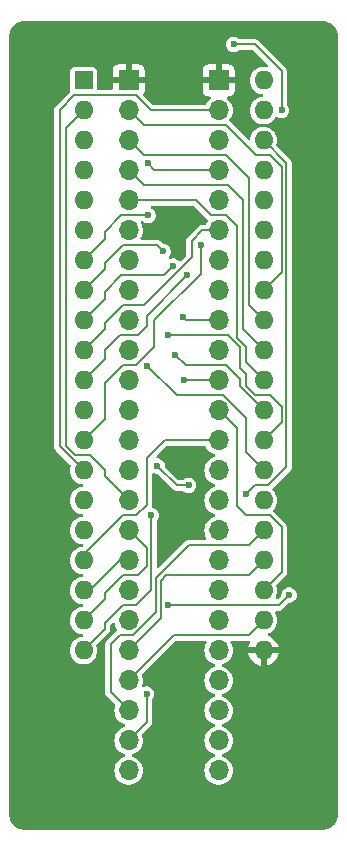
<source format=gbr>
G04 #@! TF.GenerationSoftware,KiCad,Pcbnew,7.0.11+dfsg-1build4*
G04 #@! TF.CreationDate,2024-10-25T09:30:39+09:00*
G04 #@! TF.ProjectId,bionic-scn2650,62696f6e-6963-42d7-9363-6e323635302e,2*
G04 #@! TF.SameCoordinates,Original*
G04 #@! TF.FileFunction,Copper,L2,Bot*
G04 #@! TF.FilePolarity,Positive*
%FSLAX46Y46*%
G04 Gerber Fmt 4.6, Leading zero omitted, Abs format (unit mm)*
G04 Created by KiCad (PCBNEW 7.0.11+dfsg-1build4) date 2024-10-25 09:30:39*
%MOMM*%
%LPD*%
G01*
G04 APERTURE LIST*
G04 #@! TA.AperFunction,ComponentPad*
%ADD10R,1.600000X1.600000*%
G04 #@! TD*
G04 #@! TA.AperFunction,ComponentPad*
%ADD11O,1.600000X1.600000*%
G04 #@! TD*
G04 #@! TA.AperFunction,ComponentPad*
%ADD12R,1.700000X1.700000*%
G04 #@! TD*
G04 #@! TA.AperFunction,ComponentPad*
%ADD13O,1.700000X1.700000*%
G04 #@! TD*
G04 #@! TA.AperFunction,ViaPad*
%ADD14C,0.600000*%
G04 #@! TD*
G04 #@! TA.AperFunction,Conductor*
%ADD15C,0.200000*%
G04 #@! TD*
G04 APERTURE END LIST*
D10*
X107350000Y-75080000D03*
D11*
X107350000Y-77620000D03*
X107350000Y-80160000D03*
X107350000Y-82700000D03*
X107350000Y-85240000D03*
X107350000Y-87780000D03*
X107350000Y-90320000D03*
X107350000Y-92860000D03*
X107350000Y-95400000D03*
X107350000Y-97940000D03*
X107350000Y-100480000D03*
X107350000Y-103020000D03*
X107350000Y-105560000D03*
X107350000Y-108100000D03*
X107350000Y-110640000D03*
X107350000Y-113180000D03*
X107350000Y-115720000D03*
X107350000Y-118260000D03*
X107350000Y-120800000D03*
X107350000Y-123340000D03*
X122590000Y-123340000D03*
X122590000Y-120800000D03*
X122590000Y-118260000D03*
X122590000Y-115720000D03*
X122590000Y-113180000D03*
X122590000Y-110640000D03*
X122590000Y-108100000D03*
X122590000Y-105560000D03*
X122590000Y-103020000D03*
X122590000Y-100480000D03*
X122590000Y-97940000D03*
X122590000Y-95400000D03*
X122590000Y-92860000D03*
X122590000Y-90320000D03*
X122590000Y-87780000D03*
X122590000Y-85240000D03*
X122590000Y-82700000D03*
X122590000Y-80160000D03*
X122590000Y-77620000D03*
X122590000Y-75080000D03*
D12*
X111160000Y-75080000D03*
D13*
X111160000Y-77620000D03*
X111160000Y-80160000D03*
X111160000Y-82700000D03*
X111160000Y-85240000D03*
X111160000Y-87780000D03*
X111160000Y-90320000D03*
X111160000Y-92860000D03*
X111160000Y-95400000D03*
X111160000Y-97940000D03*
X111160000Y-100480000D03*
X111160000Y-103020000D03*
X111160000Y-105560000D03*
X111160000Y-108100000D03*
X111160000Y-110640000D03*
X111160000Y-113180000D03*
X111160000Y-115720000D03*
X111160000Y-118260000D03*
X111160000Y-120800000D03*
X111160000Y-123340000D03*
X111160000Y-125880000D03*
X111160000Y-128420000D03*
X111160000Y-130960000D03*
X111160000Y-133500000D03*
X118780000Y-133500000D03*
X118780000Y-130960000D03*
X118780000Y-128420000D03*
X118780000Y-125880000D03*
X118780000Y-123340000D03*
X118780000Y-120800000D03*
X118780000Y-118260000D03*
X118780000Y-115720000D03*
X118780000Y-113180000D03*
X118780000Y-110640000D03*
X118780000Y-108100000D03*
X118780000Y-105560000D03*
X118780000Y-103020000D03*
X118780000Y-100480000D03*
X118780000Y-97940000D03*
X118780000Y-95400000D03*
X118780000Y-92860000D03*
X118780000Y-90320000D03*
X118780000Y-87780000D03*
X118780000Y-85240000D03*
X118780000Y-82700000D03*
X118780000Y-80160000D03*
X118780000Y-77620000D03*
D12*
X118780000Y-75080000D03*
D14*
X120050000Y-72032000D03*
X124114000Y-77620000D03*
X114081000Y-115339000D03*
X125130000Y-130960000D03*
X112938000Y-131722000D03*
X114970000Y-87780000D03*
X114970000Y-111910000D03*
X112684000Y-127023000D03*
X114084000Y-89558000D03*
X114484000Y-119530000D03*
X124749000Y-118641000D03*
X112811000Y-86510000D03*
X115736200Y-95146000D03*
X121066000Y-110132000D03*
X114926735Y-90784735D03*
X116113000Y-91590000D03*
X112765000Y-82111000D03*
X117256000Y-89050000D03*
X116240000Y-109370000D03*
X113573000Y-107719000D03*
X112727265Y-99253265D03*
X114536200Y-96670000D03*
X113065000Y-111889765D03*
X115859000Y-100480000D03*
X115131400Y-98308200D03*
D15*
X121828000Y-72032000D02*
X124114000Y-74318000D01*
X120050000Y-72032000D02*
X121828000Y-72032000D01*
X124114000Y-74318000D02*
X124114000Y-77620000D01*
X112684000Y-127023000D02*
X112684000Y-129436000D01*
X112684000Y-129436000D02*
X111160000Y-130960000D01*
X109128000Y-91082000D02*
X107350000Y-92860000D01*
X109128000Y-90574000D02*
X109128000Y-91082000D01*
X110652000Y-89050000D02*
X109128000Y-90574000D01*
X114084000Y-89558000D02*
X113576000Y-89050000D01*
X113576000Y-89050000D02*
X110652000Y-89050000D01*
X124749000Y-118641000D02*
X123860000Y-119530000D01*
X123860000Y-119530000D02*
X114484000Y-119530000D01*
X112811000Y-86510000D02*
X110525000Y-86510000D01*
X115986000Y-95400000D02*
X118780000Y-95400000D01*
X110525000Y-86510000D02*
X109128000Y-87907000D01*
X109128000Y-88542000D02*
X107350000Y-90320000D01*
X115736200Y-95146000D02*
X115736200Y-95150200D01*
X109128000Y-87907000D02*
X109128000Y-88542000D01*
X115736200Y-95150200D02*
X115986000Y-95400000D01*
X122942100Y-109370000D02*
X124514000Y-107798100D01*
X121066000Y-110132000D02*
X121828000Y-109370000D01*
X121828000Y-109370000D02*
X122942100Y-109370000D01*
X124514000Y-107798100D02*
X124514000Y-82084000D01*
X124514000Y-82084000D02*
X122590000Y-80160000D01*
X114926735Y-90784735D02*
X114121470Y-91590000D01*
X114121470Y-91590000D02*
X110525000Y-91590000D01*
X109128000Y-93622000D02*
X107350000Y-95400000D01*
X110525000Y-91590000D02*
X109128000Y-92987000D01*
X109128000Y-92987000D02*
X109128000Y-93622000D01*
X117383000Y-87780000D02*
X118780000Y-87780000D01*
X116494000Y-90066000D02*
X116494000Y-88669000D01*
X109128000Y-96162000D02*
X109128000Y-95654000D01*
X109128000Y-95654000D02*
X110652000Y-94130000D01*
X110652000Y-94130000D02*
X112430000Y-94130000D01*
X116494000Y-88669000D02*
X117383000Y-87780000D01*
X112430000Y-94130000D02*
X116494000Y-90066000D01*
X107350000Y-97940000D02*
X109128000Y-96162000D01*
X112684000Y-95019000D02*
X112684000Y-95908000D01*
X109128000Y-98702000D02*
X107350000Y-100480000D01*
X116113000Y-91590000D02*
X112684000Y-95019000D01*
X112684000Y-95908000D02*
X111922000Y-96670000D01*
X109128000Y-97940000D02*
X109128000Y-98702000D01*
X111922000Y-96670000D02*
X110398000Y-96670000D01*
X110398000Y-96670000D02*
X109128000Y-97940000D01*
X113354000Y-82700000D02*
X118780000Y-82700000D01*
X112765000Y-82111000D02*
X113354000Y-82700000D01*
X113338000Y-97667000D02*
X111795000Y-99210000D01*
X109128000Y-100734000D02*
X109128000Y-103782000D01*
X113338000Y-95381000D02*
X113338000Y-97667000D01*
X109128000Y-103782000D02*
X107350000Y-105560000D01*
X117256000Y-89050000D02*
X117256000Y-91463000D01*
X111795000Y-99210000D02*
X110652000Y-99210000D01*
X110652000Y-99210000D02*
X109128000Y-100734000D01*
X117256000Y-91463000D02*
X113338000Y-95381000D01*
X105318000Y-77583250D02*
X105318000Y-106068000D01*
X106551250Y-76350000D02*
X105318000Y-77583250D01*
X105318000Y-106068000D02*
X107350000Y-108100000D01*
X118780000Y-77620000D02*
X113065000Y-77620000D01*
X113065000Y-77620000D02*
X111795000Y-76350000D01*
X111795000Y-76350000D02*
X106551250Y-76350000D01*
X107858000Y-106830000D02*
X106645686Y-106830000D01*
X109128000Y-108100000D02*
X107858000Y-106830000D01*
X106645686Y-106830000D02*
X105826000Y-106010314D01*
X105826000Y-106010314D02*
X105826000Y-79144000D01*
X105826000Y-79144000D02*
X107350000Y-77620000D01*
X111160000Y-110640000D02*
X109128000Y-108608000D01*
X109128000Y-108608000D02*
X109128000Y-108100000D01*
X111160000Y-113180000D02*
X112684000Y-114704000D01*
X110652000Y-116990000D02*
X109128000Y-118514000D01*
X112684000Y-114704000D02*
X112684000Y-116228000D01*
X111922000Y-116990000D02*
X110652000Y-116990000D01*
X109128000Y-118514000D02*
X109128000Y-119022000D01*
X109128000Y-119022000D02*
X107350000Y-120800000D01*
X112684000Y-116228000D02*
X111922000Y-116990000D01*
X115224000Y-109370000D02*
X113573000Y-107719000D01*
X116240000Y-109370000D02*
X115224000Y-109370000D01*
X107858000Y-118260000D02*
X107350000Y-118260000D01*
X110398000Y-115720000D02*
X107858000Y-118260000D01*
X111160000Y-115720000D02*
X110398000Y-115720000D01*
X121066000Y-103644400D02*
X121066000Y-106576000D01*
X121066000Y-106576000D02*
X122590000Y-108100000D01*
X112727265Y-99253265D02*
X115224000Y-101750000D01*
X119171600Y-101750000D02*
X121066000Y-103644400D01*
X115224000Y-101750000D02*
X119171600Y-101750000D01*
X121885686Y-101750000D02*
X123098000Y-101750000D01*
X124114000Y-104036000D02*
X122590000Y-105560000D01*
X124114000Y-102766000D02*
X124114000Y-104036000D01*
X121066000Y-99972000D02*
X121066000Y-100930314D01*
X120558000Y-99464000D02*
X121066000Y-99972000D01*
X120558000Y-97686000D02*
X120558000Y-99464000D01*
X121066000Y-100930314D02*
X121885686Y-101750000D01*
X119542000Y-96670000D02*
X120558000Y-97686000D01*
X114536200Y-96670000D02*
X119542000Y-96670000D01*
X123098000Y-101750000D02*
X124114000Y-102766000D01*
X110652000Y-119530000D02*
X109128000Y-121054000D01*
X113065000Y-111889765D02*
X113084000Y-111908765D01*
X113084000Y-111908765D02*
X113084000Y-118241000D01*
X111795000Y-119530000D02*
X110652000Y-119530000D01*
X109128000Y-121054000D02*
X109128000Y-121562000D01*
X113084000Y-118241000D02*
X111795000Y-119530000D01*
X118780000Y-100480000D02*
X115859000Y-100480000D01*
X109128000Y-121562000D02*
X107350000Y-123340000D01*
X115131400Y-98308200D02*
X116033200Y-99210000D01*
X116033200Y-99210000D02*
X119415000Y-99210000D01*
X120558000Y-100988000D02*
X122590000Y-103020000D01*
X120558000Y-100353000D02*
X120558000Y-100988000D01*
X119415000Y-99210000D02*
X120558000Y-100353000D01*
X120304000Y-104544000D02*
X118780000Y-103020000D01*
X120304000Y-111148000D02*
X120304000Y-104544000D01*
X124114000Y-112926000D02*
X123098000Y-111910000D01*
X121066000Y-111910000D02*
X120304000Y-111148000D01*
X124114000Y-116736000D02*
X124114000Y-112926000D01*
X122590000Y-118260000D02*
X124114000Y-116736000D01*
X123098000Y-111910000D02*
X121066000Y-111910000D01*
X120304000Y-96866314D02*
X121066000Y-97628314D01*
X118145000Y-86510000D02*
X119415000Y-86510000D01*
X121066000Y-97628314D02*
X121066000Y-98956000D01*
X116875000Y-85240000D02*
X118145000Y-86510000D01*
X119415000Y-86510000D02*
X120304000Y-87399000D01*
X121066000Y-98956000D02*
X122590000Y-100480000D01*
X120304000Y-87399000D02*
X120304000Y-96866314D01*
X111160000Y-85240000D02*
X116875000Y-85240000D01*
X107350000Y-115212000D02*
X107350000Y-115720000D01*
X114208000Y-105560000D02*
X112684000Y-107084000D01*
X112684000Y-107084000D02*
X112684000Y-111021000D01*
X112684000Y-111021000D02*
X111795000Y-111910000D01*
X111795000Y-111910000D02*
X110652000Y-111910000D01*
X110652000Y-111910000D02*
X107350000Y-115212000D01*
X118780000Y-105560000D02*
X114208000Y-105560000D01*
X120812000Y-85240000D02*
X119542000Y-83970000D01*
X120812000Y-96162000D02*
X120812000Y-85240000D01*
X122590000Y-97940000D02*
X120812000Y-96162000D01*
X112430000Y-83970000D02*
X111160000Y-82700000D01*
X119542000Y-83970000D02*
X112430000Y-83970000D01*
X121320000Y-94130000D02*
X121320000Y-83335000D01*
X121320000Y-83335000D02*
X119415000Y-81430000D01*
X112430000Y-81430000D02*
X111160000Y-80160000D01*
X122590000Y-95400000D02*
X121320000Y-94130000D01*
X119415000Y-81430000D02*
X112430000Y-81430000D01*
X111160000Y-77620000D02*
X112430000Y-78890000D01*
X124114000Y-91336000D02*
X122590000Y-92860000D01*
X112430000Y-78890000D02*
X119415000Y-78890000D01*
X121955000Y-81430000D02*
X123098000Y-81430000D01*
X123098000Y-81430000D02*
X124114000Y-82446000D01*
X119415000Y-78890000D02*
X121955000Y-81430000D01*
X124114000Y-82446000D02*
X124114000Y-91336000D01*
X111160000Y-125880000D02*
X114970000Y-122070000D01*
X121320000Y-122070000D02*
X122590000Y-120800000D01*
X114970000Y-122070000D02*
X121320000Y-122070000D01*
X121320000Y-114450000D02*
X116240000Y-114450000D01*
X109636000Y-126896000D02*
X111160000Y-128420000D01*
X116240000Y-114450000D02*
X113484000Y-117206000D01*
X110398000Y-122070000D02*
X109636000Y-122832000D01*
X113484000Y-120102346D02*
X111516346Y-122070000D01*
X113484000Y-117206000D02*
X113484000Y-120102346D01*
X122590000Y-113180000D02*
X121320000Y-114450000D01*
X111516346Y-122070000D02*
X110398000Y-122070000D01*
X109636000Y-122832000D02*
X109636000Y-126896000D01*
X121320000Y-116990000D02*
X114335000Y-116990000D01*
X122590000Y-115720000D02*
X121320000Y-116990000D01*
X114335000Y-116990000D02*
X113884000Y-117441000D01*
X113884000Y-117441000D02*
X113884000Y-120616000D01*
X113884000Y-120616000D02*
X111160000Y-123340000D01*
G04 #@! TA.AperFunction,Conductor*
G36*
X117653488Y-106030185D02*
G01*
X117697449Y-106079229D01*
X117754936Y-106194679D01*
X117754943Y-106194691D01*
X117889020Y-106372238D01*
X118053437Y-106522123D01*
X118053439Y-106522125D01*
X118242595Y-106639245D01*
X118242596Y-106639245D01*
X118242599Y-106639247D01*
X118436524Y-106714374D01*
X118491924Y-106756946D01*
X118515515Y-106822713D01*
X118499804Y-106890793D01*
X118449780Y-106939572D01*
X118436533Y-106945622D01*
X118297973Y-106999301D01*
X118242601Y-107020752D01*
X118242595Y-107020754D01*
X118053439Y-107137874D01*
X118053437Y-107137876D01*
X117889020Y-107287761D01*
X117754943Y-107465308D01*
X117754938Y-107465316D01*
X117655775Y-107664461D01*
X117655769Y-107664476D01*
X117594885Y-107878462D01*
X117594884Y-107878464D01*
X117574357Y-108099999D01*
X117574357Y-108100000D01*
X117594884Y-108321535D01*
X117594885Y-108321537D01*
X117655769Y-108535523D01*
X117655775Y-108535538D01*
X117754938Y-108734683D01*
X117754943Y-108734691D01*
X117889020Y-108912238D01*
X118053437Y-109062123D01*
X118053439Y-109062125D01*
X118242595Y-109179245D01*
X118242596Y-109179245D01*
X118242599Y-109179247D01*
X118436524Y-109254374D01*
X118491924Y-109296946D01*
X118515515Y-109362713D01*
X118499804Y-109430793D01*
X118449780Y-109479572D01*
X118436533Y-109485622D01*
X118325389Y-109528680D01*
X118242601Y-109560752D01*
X118242595Y-109560754D01*
X118053439Y-109677874D01*
X118053437Y-109677876D01*
X117889020Y-109827761D01*
X117754943Y-110005308D01*
X117754938Y-110005316D01*
X117655775Y-110204461D01*
X117655769Y-110204476D01*
X117594885Y-110418462D01*
X117594884Y-110418464D01*
X117574357Y-110639999D01*
X117574357Y-110640000D01*
X117594884Y-110861535D01*
X117594885Y-110861537D01*
X117655769Y-111075523D01*
X117655775Y-111075538D01*
X117754938Y-111274683D01*
X117754943Y-111274691D01*
X117889020Y-111452238D01*
X118053437Y-111602123D01*
X118053439Y-111602125D01*
X118242595Y-111719245D01*
X118242596Y-111719245D01*
X118242599Y-111719247D01*
X118436524Y-111794374D01*
X118491924Y-111836946D01*
X118515515Y-111902713D01*
X118499804Y-111970793D01*
X118449780Y-112019572D01*
X118436533Y-112025622D01*
X118325389Y-112068680D01*
X118242601Y-112100752D01*
X118242595Y-112100754D01*
X118053439Y-112217874D01*
X118053437Y-112217876D01*
X117889020Y-112367761D01*
X117754943Y-112545308D01*
X117754938Y-112545316D01*
X117655775Y-112744461D01*
X117655769Y-112744476D01*
X117594885Y-112958462D01*
X117594884Y-112958464D01*
X117574357Y-113179999D01*
X117574357Y-113180000D01*
X117594884Y-113401535D01*
X117594885Y-113401537D01*
X117655769Y-113615523D01*
X117655775Y-113615538D01*
X117757497Y-113819821D01*
X117755142Y-113820993D01*
X117770731Y-113877584D01*
X117749923Y-113944283D01*
X117696358Y-113989144D01*
X117646749Y-113999500D01*
X116272262Y-113999500D01*
X116258379Y-113998720D01*
X116254371Y-113998268D01*
X116222965Y-113994729D01*
X116166782Y-114005358D01*
X116162218Y-114006133D01*
X116105715Y-114014651D01*
X116097556Y-114017167D01*
X116089529Y-114019976D01*
X116056300Y-114037538D01*
X116038964Y-114046700D01*
X116034829Y-114048787D01*
X115983358Y-114073575D01*
X115976308Y-114078380D01*
X115969459Y-114083435D01*
X115929059Y-114123836D01*
X115925722Y-114127051D01*
X115883804Y-114165946D01*
X115878013Y-114173208D01*
X115877362Y-114172688D01*
X115867967Y-114184928D01*
X113746181Y-116306715D01*
X113684858Y-116340200D01*
X113615166Y-116335216D01*
X113559233Y-116293344D01*
X113534816Y-116227880D01*
X113534500Y-116219034D01*
X113534500Y-112393333D01*
X113554185Y-112326294D01*
X113556430Y-112322922D01*
X113645220Y-112194288D01*
X113701237Y-112046583D01*
X113720278Y-111889765D01*
X113719104Y-111880092D01*
X113701237Y-111732946D01*
X113662284Y-111630236D01*
X113645220Y-111585242D01*
X113555483Y-111455235D01*
X113437240Y-111350482D01*
X113437238Y-111350481D01*
X113437237Y-111350480D01*
X113297366Y-111277069D01*
X113222006Y-111258495D01*
X113161626Y-111223339D01*
X113129837Y-111161120D01*
X113133335Y-111115481D01*
X113129918Y-111114835D01*
X113133228Y-111097336D01*
X113134500Y-111088899D01*
X113134500Y-111031754D01*
X113134587Y-111027116D01*
X113136725Y-110969990D01*
X113135685Y-110960758D01*
X113136513Y-110960664D01*
X113134500Y-110945361D01*
X113134500Y-108428629D01*
X113154185Y-108361590D01*
X113206989Y-108315835D01*
X113276147Y-108305891D01*
X113316126Y-108318833D01*
X113340634Y-108331696D01*
X113494014Y-108369500D01*
X113494015Y-108369500D01*
X113535034Y-108369500D01*
X113602073Y-108389185D01*
X113622715Y-108405819D01*
X114882630Y-109665733D01*
X114891895Y-109676100D01*
X114914121Y-109703970D01*
X114914123Y-109703972D01*
X114961363Y-109736180D01*
X114965145Y-109738863D01*
X115011118Y-109772793D01*
X115018654Y-109776776D01*
X115026319Y-109780467D01*
X115026327Y-109780472D01*
X115051188Y-109788140D01*
X115080980Y-109797330D01*
X115085371Y-109798774D01*
X115139301Y-109817646D01*
X115139305Y-109817646D01*
X115147698Y-109819234D01*
X115156095Y-109820500D01*
X115156098Y-109820500D01*
X115213245Y-109820500D01*
X115217883Y-109820587D01*
X115275009Y-109822725D01*
X115275009Y-109822724D01*
X115275010Y-109822725D01*
X115275010Y-109822724D01*
X115284242Y-109821685D01*
X115284335Y-109822513D01*
X115299639Y-109820500D01*
X115720517Y-109820500D01*
X115787556Y-109840185D01*
X115802741Y-109851682D01*
X115867760Y-109909283D01*
X115867762Y-109909284D01*
X116007634Y-109982696D01*
X116161014Y-110020500D01*
X116161015Y-110020500D01*
X116318985Y-110020500D01*
X116472365Y-109982696D01*
X116612240Y-109909283D01*
X116730483Y-109804530D01*
X116820220Y-109674523D01*
X116876237Y-109526818D01*
X116895278Y-109370000D01*
X116887897Y-109309207D01*
X116876237Y-109213181D01*
X116830539Y-109092687D01*
X116820220Y-109065477D01*
X116730483Y-108935470D01*
X116612240Y-108830717D01*
X116612238Y-108830716D01*
X116612237Y-108830715D01*
X116472365Y-108757303D01*
X116318986Y-108719500D01*
X116318985Y-108719500D01*
X116161015Y-108719500D01*
X116161014Y-108719500D01*
X116007634Y-108757303D01*
X115867762Y-108830715D01*
X115867760Y-108830717D01*
X115813777Y-108878542D01*
X115802744Y-108888316D01*
X115739510Y-108918037D01*
X115720517Y-108919500D01*
X115461965Y-108919500D01*
X115394926Y-108899815D01*
X115374284Y-108883181D01*
X114261047Y-107769944D01*
X114227562Y-107708621D01*
X114225632Y-107697209D01*
X114209237Y-107562182D01*
X114153220Y-107414477D01*
X114063483Y-107284470D01*
X113945240Y-107179717D01*
X113945238Y-107179716D01*
X113945237Y-107179715D01*
X113805365Y-107106303D01*
X113651986Y-107068500D01*
X113651985Y-107068500D01*
X113635965Y-107068500D01*
X113568926Y-107048815D01*
X113523171Y-106996011D01*
X113513227Y-106926853D01*
X113542252Y-106863297D01*
X113548284Y-106856819D01*
X113826428Y-106578676D01*
X114358285Y-106046819D01*
X114419608Y-106013334D01*
X114445966Y-106010500D01*
X117586449Y-106010500D01*
X117653488Y-106030185D01*
G37*
G04 #@! TD.AperFunction*
G04 #@! TA.AperFunction,Conductor*
G36*
X116704073Y-85710185D02*
G01*
X116724715Y-85726819D01*
X117803630Y-86805733D01*
X117812895Y-86816100D01*
X117835121Y-86843970D01*
X117835125Y-86843973D01*
X117839649Y-86848171D01*
X117875401Y-86908201D01*
X117873023Y-86978030D01*
X117854258Y-87013793D01*
X117754947Y-87145302D01*
X117754936Y-87145320D01*
X117697449Y-87260771D01*
X117649946Y-87312009D01*
X117586449Y-87329500D01*
X117415262Y-87329500D01*
X117401379Y-87328720D01*
X117397735Y-87328309D01*
X117365966Y-87324729D01*
X117309784Y-87335358D01*
X117305216Y-87336134D01*
X117248713Y-87344652D01*
X117248712Y-87344652D01*
X117248707Y-87344653D01*
X117240550Y-87347168D01*
X117232528Y-87349976D01*
X117181964Y-87376700D01*
X117177826Y-87378788D01*
X117126361Y-87403573D01*
X117119310Y-87408379D01*
X117112458Y-87413436D01*
X117072046Y-87453848D01*
X117068709Y-87457063D01*
X117026808Y-87495942D01*
X117021015Y-87503207D01*
X117020363Y-87502687D01*
X117010969Y-87514925D01*
X116198263Y-88327632D01*
X116187898Y-88336895D01*
X116160033Y-88359117D01*
X116160030Y-88359121D01*
X116127823Y-88406357D01*
X116125144Y-88410132D01*
X116091206Y-88456118D01*
X116087216Y-88463667D01*
X116083528Y-88471325D01*
X116066673Y-88525967D01*
X116065225Y-88530368D01*
X116046353Y-88584304D01*
X116044771Y-88592659D01*
X116043500Y-88601100D01*
X116043500Y-88658260D01*
X116043413Y-88662897D01*
X116041275Y-88720009D01*
X116042316Y-88729243D01*
X116041485Y-88729336D01*
X116043500Y-88744635D01*
X116043500Y-89828033D01*
X116023815Y-89895072D01*
X116007181Y-89915714D01*
X115582194Y-90340701D01*
X115520871Y-90374186D01*
X115451179Y-90369202D01*
X115412286Y-90345836D01*
X115377629Y-90315133D01*
X115298975Y-90245452D01*
X115298973Y-90245451D01*
X115298972Y-90245450D01*
X115159100Y-90172038D01*
X115005721Y-90134235D01*
X115005720Y-90134235D01*
X114847750Y-90134235D01*
X114847749Y-90134235D01*
X114718055Y-90166200D01*
X114648252Y-90163130D01*
X114591191Y-90122810D01*
X114564986Y-90058040D01*
X114577959Y-89989385D01*
X114586324Y-89975374D01*
X114664220Y-89862523D01*
X114720237Y-89714818D01*
X114739278Y-89558000D01*
X114734687Y-89520185D01*
X114720237Y-89401181D01*
X114697267Y-89340614D01*
X114664220Y-89253477D01*
X114574483Y-89123470D01*
X114456240Y-89018717D01*
X114456238Y-89018716D01*
X114456237Y-89018715D01*
X114316365Y-88945303D01*
X114162986Y-88907500D01*
X114162985Y-88907500D01*
X114121965Y-88907500D01*
X114054926Y-88887815D01*
X114034284Y-88871181D01*
X113917368Y-88754265D01*
X113908102Y-88743897D01*
X113904735Y-88739675D01*
X113885879Y-88716030D01*
X113885878Y-88716029D01*
X113885877Y-88716028D01*
X113860350Y-88698624D01*
X113838633Y-88683818D01*
X113834869Y-88681147D01*
X113788886Y-88647209D01*
X113781297Y-88643198D01*
X113773675Y-88639528D01*
X113719049Y-88622679D01*
X113714644Y-88621230D01*
X113660695Y-88602352D01*
X113652326Y-88600768D01*
X113643904Y-88599500D01*
X113643902Y-88599500D01*
X113586738Y-88599500D01*
X113582101Y-88599413D01*
X113580085Y-88599337D01*
X113524989Y-88597275D01*
X113515756Y-88598316D01*
X113515662Y-88597486D01*
X113500364Y-88599500D01*
X112293251Y-88599500D01*
X112226212Y-88579815D01*
X112180457Y-88527011D01*
X112170513Y-88457853D01*
X112184054Y-88420593D01*
X112182503Y-88419821D01*
X112284224Y-88215538D01*
X112284223Y-88215538D01*
X112284229Y-88215528D01*
X112345115Y-88001536D01*
X112365643Y-87780000D01*
X112358377Y-87701591D01*
X112345115Y-87558464D01*
X112345114Y-87558462D01*
X112327326Y-87495945D01*
X112284229Y-87344472D01*
X112280077Y-87336134D01*
X112183708Y-87142599D01*
X112171447Y-87073813D01*
X112198320Y-87009319D01*
X112255796Y-86969591D01*
X112325626Y-86967243D01*
X112376934Y-86994510D01*
X112438760Y-87049283D01*
X112438762Y-87049284D01*
X112578634Y-87122696D01*
X112732014Y-87160500D01*
X112732015Y-87160500D01*
X112889985Y-87160500D01*
X113043365Y-87122696D01*
X113183240Y-87049283D01*
X113301483Y-86944530D01*
X113391220Y-86814523D01*
X113447237Y-86666818D01*
X113466278Y-86510000D01*
X113447237Y-86353182D01*
X113446531Y-86351321D01*
X113417320Y-86274297D01*
X113391220Y-86205477D01*
X113301483Y-86075470D01*
X113183240Y-85970717D01*
X113183238Y-85970716D01*
X113183237Y-85970715D01*
X113094794Y-85924296D01*
X113044581Y-85875712D01*
X113028607Y-85807692D01*
X113051942Y-85741835D01*
X113107179Y-85699048D01*
X113152420Y-85690500D01*
X116637034Y-85690500D01*
X116704073Y-85710185D01*
G37*
G04 #@! TD.AperFunction*
G04 #@! TA.AperFunction,Conductor*
G36*
X127674853Y-70075882D02*
G01*
X127704568Y-70078220D01*
X127847136Y-70089440D01*
X127866346Y-70092483D01*
X128029638Y-70131686D01*
X128048130Y-70137694D01*
X128171090Y-70188626D01*
X128203277Y-70201959D01*
X128220614Y-70210793D01*
X128363786Y-70298529D01*
X128379527Y-70309965D01*
X128507217Y-70419022D01*
X128520977Y-70432782D01*
X128630034Y-70560472D01*
X128641470Y-70576213D01*
X128729206Y-70719385D01*
X128738040Y-70736722D01*
X128802302Y-70891862D01*
X128808315Y-70910368D01*
X128847515Y-71073648D01*
X128850559Y-71092866D01*
X128864118Y-71265146D01*
X128864500Y-71274875D01*
X128864500Y-137305124D01*
X128864118Y-137314853D01*
X128850559Y-137487133D01*
X128847515Y-137506351D01*
X128808315Y-137669631D01*
X128802302Y-137688137D01*
X128738040Y-137843277D01*
X128729206Y-137860614D01*
X128641470Y-138003786D01*
X128630034Y-138019527D01*
X128520977Y-138147217D01*
X128507217Y-138160977D01*
X128379527Y-138270034D01*
X128363786Y-138281470D01*
X128220614Y-138369206D01*
X128203277Y-138378040D01*
X128048137Y-138442302D01*
X128029631Y-138448315D01*
X127866351Y-138487515D01*
X127847133Y-138490559D01*
X127674854Y-138504118D01*
X127665125Y-138504500D01*
X102274875Y-138504500D01*
X102265146Y-138504118D01*
X102092866Y-138490559D01*
X102073648Y-138487515D01*
X101910368Y-138448315D01*
X101891862Y-138442302D01*
X101736722Y-138378040D01*
X101719385Y-138369206D01*
X101576213Y-138281470D01*
X101560472Y-138270034D01*
X101432782Y-138160977D01*
X101419022Y-138147217D01*
X101309965Y-138019527D01*
X101298529Y-138003786D01*
X101210793Y-137860614D01*
X101201959Y-137843277D01*
X101188626Y-137811090D01*
X101137694Y-137688130D01*
X101131686Y-137669638D01*
X101092483Y-137506346D01*
X101089440Y-137487132D01*
X101075882Y-137314852D01*
X101075500Y-137305124D01*
X101075500Y-106085036D01*
X104862729Y-106085036D01*
X104873355Y-106141196D01*
X104874132Y-106145765D01*
X104882652Y-106202291D01*
X104885162Y-106210427D01*
X104887976Y-106218470D01*
X104914688Y-106269011D01*
X104916776Y-106273149D01*
X104941574Y-106324641D01*
X104946362Y-106331665D01*
X104951431Y-106338532D01*
X104951434Y-106338538D01*
X104951438Y-106338542D01*
X104991846Y-106378950D01*
X104995063Y-106382289D01*
X105033947Y-106424196D01*
X105041210Y-106429988D01*
X105040689Y-106430641D01*
X105052930Y-106440034D01*
X105645698Y-107032802D01*
X106226142Y-107613245D01*
X106259627Y-107674568D01*
X106257727Y-107734860D01*
X106214244Y-107887687D01*
X106194571Y-108099999D01*
X106194571Y-108100000D01*
X106214244Y-108312310D01*
X106272596Y-108517392D01*
X106272596Y-108517394D01*
X106367632Y-108708253D01*
X106496127Y-108878406D01*
X106496128Y-108878407D01*
X106653698Y-109022052D01*
X106834981Y-109134298D01*
X107033802Y-109211321D01*
X107230613Y-109248111D01*
X107292893Y-109279779D01*
X107328166Y-109340092D01*
X107325232Y-109409900D01*
X107285023Y-109467040D01*
X107230613Y-109491888D01*
X107033802Y-109528679D01*
X107033799Y-109528679D01*
X107033799Y-109528680D01*
X106834982Y-109605701D01*
X106834980Y-109605702D01*
X106653699Y-109717947D01*
X106496127Y-109861593D01*
X106367632Y-110031746D01*
X106272596Y-110222605D01*
X106272596Y-110222607D01*
X106216870Y-110418462D01*
X106214244Y-110427690D01*
X106194571Y-110640000D01*
X106214244Y-110852310D01*
X106263981Y-111027116D01*
X106272596Y-111057392D01*
X106272596Y-111057394D01*
X106367632Y-111248253D01*
X106496125Y-111418403D01*
X106496128Y-111418407D01*
X106653698Y-111562052D01*
X106834981Y-111674298D01*
X107033802Y-111751321D01*
X107230613Y-111788111D01*
X107292893Y-111819779D01*
X107328166Y-111880092D01*
X107325232Y-111949900D01*
X107285023Y-112007040D01*
X107230613Y-112031888D01*
X107033802Y-112068679D01*
X107033799Y-112068679D01*
X107033799Y-112068680D01*
X106834982Y-112145701D01*
X106834980Y-112145702D01*
X106653699Y-112257947D01*
X106496127Y-112401593D01*
X106367632Y-112571746D01*
X106272596Y-112762605D01*
X106272596Y-112762607D01*
X106216870Y-112958462D01*
X106214244Y-112967690D01*
X106194571Y-113180000D01*
X106214244Y-113392310D01*
X106216868Y-113401534D01*
X106272596Y-113597392D01*
X106272596Y-113597394D01*
X106367632Y-113788253D01*
X106492930Y-113954172D01*
X106496128Y-113958407D01*
X106653698Y-114102052D01*
X106834981Y-114214298D01*
X107033802Y-114291321D01*
X107230613Y-114328111D01*
X107292893Y-114359779D01*
X107328166Y-114420092D01*
X107325232Y-114489900D01*
X107285023Y-114547040D01*
X107230613Y-114571888D01*
X107033802Y-114608679D01*
X107033799Y-114608679D01*
X107033799Y-114608680D01*
X106834982Y-114685701D01*
X106834980Y-114685702D01*
X106653699Y-114797947D01*
X106496127Y-114941593D01*
X106367632Y-115111746D01*
X106272596Y-115302605D01*
X106272596Y-115302607D01*
X106214244Y-115507689D01*
X106194571Y-115719999D01*
X106194571Y-115720000D01*
X106214244Y-115932310D01*
X106272596Y-116137392D01*
X106272596Y-116137394D01*
X106367632Y-116328253D01*
X106485462Y-116484283D01*
X106496128Y-116498407D01*
X106653698Y-116642052D01*
X106834981Y-116754298D01*
X107033802Y-116831321D01*
X107230613Y-116868111D01*
X107292893Y-116899779D01*
X107328166Y-116960092D01*
X107325232Y-117029900D01*
X107285023Y-117087040D01*
X107230613Y-117111888D01*
X107033802Y-117148679D01*
X107033799Y-117148679D01*
X107033799Y-117148680D01*
X106834982Y-117225701D01*
X106834980Y-117225702D01*
X106653699Y-117337947D01*
X106496127Y-117481593D01*
X106367632Y-117651746D01*
X106272596Y-117842605D01*
X106272596Y-117842607D01*
X106214244Y-118047689D01*
X106195195Y-118253271D01*
X106194571Y-118260000D01*
X106214244Y-118472310D01*
X106242981Y-118573310D01*
X106272596Y-118677392D01*
X106272596Y-118677394D01*
X106367632Y-118868253D01*
X106490112Y-119030441D01*
X106496128Y-119038407D01*
X106653698Y-119182052D01*
X106834981Y-119294298D01*
X107033802Y-119371321D01*
X107230613Y-119408111D01*
X107292893Y-119439779D01*
X107328166Y-119500092D01*
X107325232Y-119569900D01*
X107285023Y-119627040D01*
X107230613Y-119651888D01*
X107033802Y-119688679D01*
X107033799Y-119688679D01*
X107033799Y-119688680D01*
X106834982Y-119765701D01*
X106834980Y-119765702D01*
X106653699Y-119877947D01*
X106496127Y-120021593D01*
X106367632Y-120191746D01*
X106272596Y-120382605D01*
X106272596Y-120382607D01*
X106214244Y-120587689D01*
X106195195Y-120793271D01*
X106194571Y-120800000D01*
X106214244Y-121012310D01*
X106242981Y-121113310D01*
X106272596Y-121217392D01*
X106272596Y-121217394D01*
X106367632Y-121408253D01*
X106491859Y-121572754D01*
X106496128Y-121578407D01*
X106653698Y-121722052D01*
X106834981Y-121834298D01*
X107033802Y-121911321D01*
X107230613Y-121948111D01*
X107292893Y-121979779D01*
X107328166Y-122040092D01*
X107325232Y-122109900D01*
X107285023Y-122167040D01*
X107230613Y-122191888D01*
X107033802Y-122228679D01*
X107033799Y-122228679D01*
X107033799Y-122228680D01*
X106834982Y-122305701D01*
X106834980Y-122305702D01*
X106653699Y-122417947D01*
X106496127Y-122561593D01*
X106367632Y-122731746D01*
X106272596Y-122922605D01*
X106272596Y-122922607D01*
X106214244Y-123127689D01*
X106194571Y-123339999D01*
X106194571Y-123340000D01*
X106214244Y-123552310D01*
X106272596Y-123757392D01*
X106272596Y-123757394D01*
X106367632Y-123948253D01*
X106401033Y-123992482D01*
X106496128Y-124118407D01*
X106653698Y-124262052D01*
X106834981Y-124374298D01*
X107033802Y-124451321D01*
X107243390Y-124490500D01*
X107243392Y-124490500D01*
X107456608Y-124490500D01*
X107456610Y-124490500D01*
X107666198Y-124451321D01*
X107865019Y-124374298D01*
X108046302Y-124262052D01*
X108203872Y-124118407D01*
X108332366Y-123948255D01*
X108367645Y-123877404D01*
X108427403Y-123757394D01*
X108427403Y-123757393D01*
X108427405Y-123757389D01*
X108485756Y-123552310D01*
X108505429Y-123340000D01*
X108485756Y-123127690D01*
X108442271Y-122974858D01*
X108442857Y-122904994D01*
X108473854Y-122853247D01*
X109423744Y-121903357D01*
X109434093Y-121894109D01*
X109461970Y-121871879D01*
X109494198Y-121824607D01*
X109496812Y-121820923D01*
X109530793Y-121774882D01*
X109530793Y-121774879D01*
X109530795Y-121774878D01*
X109534787Y-121767324D01*
X109538471Y-121759675D01*
X109542365Y-121747051D01*
X109555330Y-121705014D01*
X109556762Y-121700662D01*
X109575646Y-121646699D01*
X109575646Y-121646696D01*
X109577228Y-121638336D01*
X109578500Y-121629899D01*
X109578500Y-121572754D01*
X109578587Y-121568116D01*
X109580725Y-121510990D01*
X109579685Y-121501758D01*
X109580513Y-121501664D01*
X109578500Y-121486361D01*
X109578500Y-121291965D01*
X109598185Y-121224926D01*
X109614815Y-121204288D01*
X109786407Y-121032696D01*
X109847729Y-120999212D01*
X109917421Y-121004196D01*
X109973354Y-121046068D01*
X109993353Y-121086444D01*
X110035769Y-121235523D01*
X110035775Y-121235538D01*
X110134938Y-121434683D01*
X110134947Y-121434697D01*
X110188809Y-121506022D01*
X110213501Y-121571383D01*
X110198936Y-121639718D01*
X110149738Y-121689330D01*
X110143661Y-121692466D01*
X110141359Y-121693574D01*
X110134308Y-121698380D01*
X110127459Y-121703435D01*
X110087059Y-121743836D01*
X110083722Y-121747051D01*
X110041804Y-121785946D01*
X110036013Y-121793208D01*
X110035362Y-121792688D01*
X110025967Y-121804928D01*
X109340263Y-122490632D01*
X109329898Y-122499895D01*
X109302033Y-122522117D01*
X109302030Y-122522121D01*
X109269823Y-122569357D01*
X109267144Y-122573132D01*
X109233206Y-122619118D01*
X109229216Y-122626667D01*
X109225528Y-122634325D01*
X109208673Y-122688967D01*
X109207225Y-122693368D01*
X109188353Y-122747304D01*
X109186771Y-122755659D01*
X109185500Y-122764100D01*
X109185500Y-122821260D01*
X109185413Y-122825897D01*
X109183275Y-122883009D01*
X109184316Y-122892243D01*
X109183485Y-122892336D01*
X109185500Y-122907635D01*
X109185500Y-126863738D01*
X109184720Y-126877623D01*
X109180729Y-126913036D01*
X109191355Y-126969196D01*
X109192132Y-126973765D01*
X109200652Y-127030291D01*
X109203162Y-127038427D01*
X109205976Y-127046470D01*
X109205976Y-127046471D01*
X109205977Y-127046472D01*
X109223961Y-127080500D01*
X109232688Y-127097011D01*
X109234776Y-127101149D01*
X109259574Y-127152641D01*
X109264362Y-127159665D01*
X109269431Y-127166532D01*
X109269434Y-127166538D01*
X109269438Y-127166542D01*
X109309847Y-127206951D01*
X109313064Y-127210290D01*
X109351947Y-127252196D01*
X109359210Y-127257988D01*
X109358689Y-127258641D01*
X109370930Y-127268034D01*
X109995672Y-127892776D01*
X110029157Y-127954099D01*
X110027258Y-128014391D01*
X109974884Y-128198468D01*
X109954357Y-128419999D01*
X109954357Y-128420000D01*
X109974884Y-128641535D01*
X109974885Y-128641537D01*
X110035769Y-128855523D01*
X110035775Y-128855538D01*
X110134938Y-129054683D01*
X110134943Y-129054691D01*
X110269020Y-129232238D01*
X110433437Y-129382123D01*
X110433439Y-129382125D01*
X110622595Y-129499245D01*
X110622596Y-129499245D01*
X110622599Y-129499247D01*
X110816524Y-129574374D01*
X110871924Y-129616946D01*
X110895515Y-129682713D01*
X110879804Y-129750793D01*
X110829780Y-129799572D01*
X110816533Y-129805622D01*
X110691259Y-129854154D01*
X110622601Y-129880752D01*
X110622595Y-129880754D01*
X110433439Y-129997874D01*
X110433437Y-129997876D01*
X110269020Y-130147761D01*
X110134943Y-130325308D01*
X110134938Y-130325316D01*
X110035775Y-130524461D01*
X110035769Y-130524476D01*
X109974885Y-130738462D01*
X109974884Y-130738464D01*
X109954357Y-130959999D01*
X109954357Y-130960000D01*
X109974884Y-131181535D01*
X109974885Y-131181537D01*
X110035769Y-131395523D01*
X110035775Y-131395538D01*
X110134938Y-131594683D01*
X110134943Y-131594691D01*
X110269020Y-131772238D01*
X110433437Y-131922123D01*
X110433439Y-131922125D01*
X110622595Y-132039245D01*
X110622596Y-132039245D01*
X110622599Y-132039247D01*
X110816524Y-132114374D01*
X110871924Y-132156946D01*
X110895515Y-132222713D01*
X110879804Y-132290793D01*
X110829780Y-132339572D01*
X110816533Y-132345622D01*
X110668488Y-132402975D01*
X110622601Y-132420752D01*
X110622595Y-132420754D01*
X110433439Y-132537874D01*
X110433437Y-132537876D01*
X110269020Y-132687761D01*
X110134943Y-132865308D01*
X110134938Y-132865316D01*
X110035775Y-133064461D01*
X110035769Y-133064476D01*
X109974885Y-133278462D01*
X109974884Y-133278464D01*
X109954357Y-133499999D01*
X109954357Y-133500000D01*
X109974884Y-133721535D01*
X109974885Y-133721537D01*
X110035769Y-133935523D01*
X110035775Y-133935538D01*
X110134938Y-134134683D01*
X110134943Y-134134691D01*
X110269020Y-134312238D01*
X110433437Y-134462123D01*
X110433439Y-134462125D01*
X110622595Y-134579245D01*
X110622596Y-134579245D01*
X110622599Y-134579247D01*
X110830060Y-134659618D01*
X111048757Y-134700500D01*
X111048759Y-134700500D01*
X111271241Y-134700500D01*
X111271243Y-134700500D01*
X111489940Y-134659618D01*
X111697401Y-134579247D01*
X111886562Y-134462124D01*
X112050981Y-134312236D01*
X112185058Y-134134689D01*
X112284229Y-133935528D01*
X112345115Y-133721536D01*
X112365643Y-133500000D01*
X112345115Y-133278464D01*
X112284229Y-133064472D01*
X112284224Y-133064461D01*
X112185061Y-132865316D01*
X112185056Y-132865308D01*
X112050979Y-132687761D01*
X111886562Y-132537876D01*
X111886560Y-132537874D01*
X111697404Y-132420754D01*
X111697395Y-132420750D01*
X111603956Y-132384552D01*
X111503475Y-132345625D01*
X111448075Y-132303054D01*
X111424484Y-132237288D01*
X111440195Y-132169207D01*
X111490219Y-132120428D01*
X111503466Y-132114377D01*
X111697401Y-132039247D01*
X111886562Y-131922124D01*
X112050981Y-131772236D01*
X112185058Y-131594689D01*
X112284229Y-131395528D01*
X112345115Y-131181536D01*
X112365643Y-130960000D01*
X112345115Y-130738464D01*
X112334720Y-130701929D01*
X112292742Y-130554390D01*
X112293329Y-130484523D01*
X112324325Y-130432777D01*
X112979749Y-129777353D01*
X112990098Y-129768105D01*
X113017970Y-129745879D01*
X113050184Y-129698628D01*
X113052852Y-129694869D01*
X113086792Y-129648883D01*
X113086793Y-129648877D01*
X113090786Y-129641325D01*
X113094468Y-129633677D01*
X113094472Y-129633673D01*
X113111336Y-129578998D01*
X113112769Y-129574643D01*
X113131646Y-129520700D01*
X113131646Y-129520694D01*
X113133228Y-129512336D01*
X113134500Y-129503899D01*
X113134500Y-129446738D01*
X113134587Y-129442100D01*
X113136724Y-129384989D01*
X113135684Y-129375756D01*
X113136513Y-129375662D01*
X113134500Y-129360364D01*
X113134500Y-127548759D01*
X113154185Y-127481720D01*
X113169846Y-127463444D01*
X113169509Y-127463145D01*
X113174481Y-127457532D01*
X113174481Y-127457531D01*
X113174483Y-127457530D01*
X113264220Y-127327523D01*
X113320237Y-127179818D01*
X113339278Y-127023000D01*
X113320786Y-126870699D01*
X113320237Y-126866181D01*
X113298992Y-126810164D01*
X113264220Y-126718477D01*
X113174483Y-126588470D01*
X113056240Y-126483717D01*
X113056238Y-126483716D01*
X113056237Y-126483715D01*
X112916365Y-126410303D01*
X112762986Y-126372500D01*
X112762985Y-126372500D01*
X112605015Y-126372500D01*
X112605014Y-126372500D01*
X112449999Y-126410706D01*
X112380197Y-126407636D01*
X112323135Y-126367316D01*
X112296930Y-126302547D01*
X112301058Y-126256377D01*
X112345115Y-126101536D01*
X112365643Y-125880000D01*
X112345115Y-125658464D01*
X112334720Y-125621929D01*
X112292742Y-125474390D01*
X112293329Y-125404523D01*
X112324325Y-125352777D01*
X115120284Y-122556819D01*
X115181607Y-122523334D01*
X115207965Y-122520500D01*
X117646749Y-122520500D01*
X117713788Y-122540185D01*
X117759543Y-122592989D01*
X117769487Y-122662147D01*
X117755945Y-122699406D01*
X117757497Y-122700179D01*
X117655775Y-122904461D01*
X117655769Y-122904476D01*
X117594885Y-123118462D01*
X117594884Y-123118464D01*
X117574357Y-123339999D01*
X117574357Y-123340000D01*
X117594884Y-123561535D01*
X117594885Y-123561537D01*
X117655769Y-123775523D01*
X117655775Y-123775538D01*
X117754938Y-123974683D01*
X117754943Y-123974691D01*
X117889020Y-124152238D01*
X118053437Y-124302123D01*
X118053439Y-124302125D01*
X118242595Y-124419245D01*
X118242596Y-124419245D01*
X118242599Y-124419247D01*
X118436524Y-124494374D01*
X118491924Y-124536946D01*
X118515515Y-124602713D01*
X118499804Y-124670793D01*
X118449780Y-124719572D01*
X118436533Y-124725622D01*
X118311259Y-124774154D01*
X118242601Y-124800752D01*
X118242595Y-124800754D01*
X118053439Y-124917874D01*
X118053437Y-124917876D01*
X117889020Y-125067761D01*
X117754943Y-125245308D01*
X117754938Y-125245316D01*
X117655775Y-125444461D01*
X117655769Y-125444476D01*
X117594885Y-125658462D01*
X117594884Y-125658464D01*
X117574357Y-125879999D01*
X117574357Y-125880000D01*
X117594884Y-126101535D01*
X117594885Y-126101537D01*
X117655769Y-126315523D01*
X117655775Y-126315538D01*
X117754938Y-126514683D01*
X117754943Y-126514691D01*
X117889020Y-126692238D01*
X118053437Y-126842123D01*
X118053439Y-126842125D01*
X118242595Y-126959245D01*
X118242596Y-126959245D01*
X118242599Y-126959247D01*
X118436524Y-127034374D01*
X118491924Y-127076946D01*
X118515515Y-127142713D01*
X118499804Y-127210793D01*
X118449780Y-127259572D01*
X118436533Y-127265622D01*
X118311259Y-127314154D01*
X118242601Y-127340752D01*
X118242595Y-127340754D01*
X118053439Y-127457874D01*
X118053437Y-127457876D01*
X117889020Y-127607761D01*
X117754943Y-127785308D01*
X117754938Y-127785316D01*
X117655775Y-127984461D01*
X117655769Y-127984476D01*
X117594885Y-128198462D01*
X117594884Y-128198464D01*
X117574357Y-128419999D01*
X117574357Y-128420000D01*
X117594884Y-128641535D01*
X117594885Y-128641537D01*
X117655769Y-128855523D01*
X117655775Y-128855538D01*
X117754938Y-129054683D01*
X117754943Y-129054691D01*
X117889020Y-129232238D01*
X118053437Y-129382123D01*
X118053439Y-129382125D01*
X118242595Y-129499245D01*
X118242596Y-129499245D01*
X118242599Y-129499247D01*
X118436524Y-129574374D01*
X118491924Y-129616946D01*
X118515515Y-129682713D01*
X118499804Y-129750793D01*
X118449780Y-129799572D01*
X118436533Y-129805622D01*
X118311259Y-129854154D01*
X118242601Y-129880752D01*
X118242595Y-129880754D01*
X118053439Y-129997874D01*
X118053437Y-129997876D01*
X117889020Y-130147761D01*
X117754943Y-130325308D01*
X117754938Y-130325316D01*
X117655775Y-130524461D01*
X117655769Y-130524476D01*
X117594885Y-130738462D01*
X117594884Y-130738464D01*
X117574357Y-130959999D01*
X117574357Y-130960000D01*
X117594884Y-131181535D01*
X117594885Y-131181537D01*
X117655769Y-131395523D01*
X117655775Y-131395538D01*
X117754938Y-131594683D01*
X117754943Y-131594691D01*
X117889020Y-131772238D01*
X118053437Y-131922123D01*
X118053439Y-131922125D01*
X118242595Y-132039245D01*
X118242596Y-132039245D01*
X118242599Y-132039247D01*
X118436524Y-132114374D01*
X118491924Y-132156946D01*
X118515515Y-132222713D01*
X118499804Y-132290793D01*
X118449780Y-132339572D01*
X118436533Y-132345622D01*
X118288488Y-132402975D01*
X118242601Y-132420752D01*
X118242595Y-132420754D01*
X118053439Y-132537874D01*
X118053437Y-132537876D01*
X117889020Y-132687761D01*
X117754943Y-132865308D01*
X117754938Y-132865316D01*
X117655775Y-133064461D01*
X117655769Y-133064476D01*
X117594885Y-133278462D01*
X117594884Y-133278464D01*
X117574357Y-133499999D01*
X117574357Y-133500000D01*
X117594884Y-133721535D01*
X117594885Y-133721537D01*
X117655769Y-133935523D01*
X117655775Y-133935538D01*
X117754938Y-134134683D01*
X117754943Y-134134691D01*
X117889020Y-134312238D01*
X118053437Y-134462123D01*
X118053439Y-134462125D01*
X118242595Y-134579245D01*
X118242596Y-134579245D01*
X118242599Y-134579247D01*
X118450060Y-134659618D01*
X118668757Y-134700500D01*
X118668759Y-134700500D01*
X118891241Y-134700500D01*
X118891243Y-134700500D01*
X119109940Y-134659618D01*
X119317401Y-134579247D01*
X119506562Y-134462124D01*
X119670981Y-134312236D01*
X119805058Y-134134689D01*
X119904229Y-133935528D01*
X119965115Y-133721536D01*
X119985643Y-133500000D01*
X119965115Y-133278464D01*
X119904229Y-133064472D01*
X119904224Y-133064461D01*
X119805061Y-132865316D01*
X119805056Y-132865308D01*
X119670979Y-132687761D01*
X119506562Y-132537876D01*
X119506560Y-132537874D01*
X119317404Y-132420754D01*
X119317395Y-132420750D01*
X119223956Y-132384552D01*
X119123475Y-132345625D01*
X119068075Y-132303054D01*
X119044484Y-132237288D01*
X119060195Y-132169207D01*
X119110219Y-132120428D01*
X119123466Y-132114377D01*
X119317401Y-132039247D01*
X119506562Y-131922124D01*
X119670981Y-131772236D01*
X119805058Y-131594689D01*
X119904229Y-131395528D01*
X119965115Y-131181536D01*
X119985643Y-130960000D01*
X119965115Y-130738464D01*
X119904229Y-130524472D01*
X119884337Y-130484523D01*
X119805061Y-130325316D01*
X119805056Y-130325308D01*
X119670979Y-130147761D01*
X119506562Y-129997876D01*
X119506560Y-129997874D01*
X119317404Y-129880754D01*
X119317395Y-129880750D01*
X119223956Y-129844552D01*
X119123475Y-129805625D01*
X119068075Y-129763054D01*
X119044484Y-129697288D01*
X119060195Y-129629207D01*
X119110219Y-129580428D01*
X119123466Y-129574377D01*
X119317401Y-129499247D01*
X119506562Y-129382124D01*
X119670981Y-129232236D01*
X119805058Y-129054689D01*
X119904229Y-128855528D01*
X119965115Y-128641536D01*
X119985643Y-128420000D01*
X119965115Y-128198464D01*
X119904229Y-127984472D01*
X119853500Y-127882595D01*
X119805061Y-127785316D01*
X119805056Y-127785308D01*
X119670979Y-127607761D01*
X119506562Y-127457876D01*
X119506560Y-127457874D01*
X119317404Y-127340754D01*
X119317395Y-127340750D01*
X119223956Y-127304552D01*
X119123475Y-127265625D01*
X119068075Y-127223054D01*
X119044484Y-127157288D01*
X119060195Y-127089207D01*
X119110219Y-127040428D01*
X119123466Y-127034377D01*
X119317401Y-126959247D01*
X119506562Y-126842124D01*
X119670981Y-126692236D01*
X119805058Y-126514689D01*
X119904229Y-126315528D01*
X119965115Y-126101536D01*
X119985643Y-125880000D01*
X119965115Y-125658464D01*
X119904229Y-125444472D01*
X119884337Y-125404523D01*
X119805061Y-125245316D01*
X119805056Y-125245308D01*
X119670979Y-125067761D01*
X119506562Y-124917876D01*
X119506560Y-124917874D01*
X119317404Y-124800754D01*
X119317395Y-124800750D01*
X119223956Y-124764552D01*
X119123475Y-124725625D01*
X119068075Y-124683054D01*
X119044484Y-124617288D01*
X119060195Y-124549207D01*
X119110219Y-124500428D01*
X119123466Y-124494377D01*
X119317401Y-124419247D01*
X119506562Y-124302124D01*
X119670981Y-124152236D01*
X119805058Y-123974689D01*
X119904229Y-123775528D01*
X119965115Y-123561536D01*
X119985643Y-123340000D01*
X119965115Y-123118464D01*
X119904229Y-122904472D01*
X119898856Y-122893682D01*
X119802503Y-122700179D01*
X119804857Y-122699006D01*
X119789269Y-122642416D01*
X119810077Y-122575717D01*
X119863642Y-122530856D01*
X119913251Y-122520500D01*
X121287738Y-122520500D01*
X121301620Y-122521279D01*
X121312859Y-122522546D01*
X121346271Y-122526311D01*
X121346104Y-122527790D01*
X121404000Y-122542462D01*
X121451698Y-122593518D01*
X121464221Y-122662256D01*
X121453291Y-122701617D01*
X121363734Y-122893673D01*
X121363730Y-122893682D01*
X121311127Y-123089999D01*
X121311128Y-123090000D01*
X122274314Y-123090000D01*
X122262359Y-123101955D01*
X122204835Y-123214852D01*
X122185014Y-123340000D01*
X122204835Y-123465148D01*
X122262359Y-123578045D01*
X122274314Y-123590000D01*
X121311128Y-123590000D01*
X121363730Y-123786317D01*
X121363734Y-123786326D01*
X121459865Y-123992482D01*
X121590342Y-124178820D01*
X121751179Y-124339657D01*
X121937517Y-124470134D01*
X122143673Y-124566265D01*
X122143682Y-124566269D01*
X122339999Y-124618872D01*
X122340000Y-124618871D01*
X122340000Y-123655686D01*
X122351955Y-123667641D01*
X122464852Y-123725165D01*
X122558519Y-123740000D01*
X122621481Y-123740000D01*
X122715148Y-123725165D01*
X122828045Y-123667641D01*
X122840000Y-123655686D01*
X122840000Y-124618872D01*
X123036317Y-124566269D01*
X123036326Y-124566265D01*
X123242482Y-124470134D01*
X123428820Y-124339657D01*
X123589657Y-124178820D01*
X123720134Y-123992482D01*
X123816265Y-123786326D01*
X123816269Y-123786317D01*
X123868872Y-123590000D01*
X122905686Y-123590000D01*
X122917641Y-123578045D01*
X122975165Y-123465148D01*
X122994986Y-123340000D01*
X122975165Y-123214852D01*
X122917641Y-123101955D01*
X122905686Y-123090000D01*
X123868872Y-123090000D01*
X123868872Y-123089999D01*
X123816269Y-122893682D01*
X123816265Y-122893673D01*
X123720134Y-122687517D01*
X123589657Y-122501179D01*
X123428820Y-122340342D01*
X123242482Y-122209865D01*
X123036326Y-122113734D01*
X123036314Y-122113729D01*
X123017247Y-122108620D01*
X122957587Y-122072254D01*
X122927059Y-122009407D01*
X122935356Y-121940031D01*
X122979842Y-121886154D01*
X123004545Y-121873221D01*
X123105019Y-121834298D01*
X123286302Y-121722052D01*
X123443872Y-121578407D01*
X123572366Y-121408255D01*
X123632866Y-121286753D01*
X123667403Y-121217394D01*
X123667403Y-121217393D01*
X123667405Y-121217389D01*
X123725756Y-121012310D01*
X123745429Y-120800000D01*
X123744805Y-120793271D01*
X123740251Y-120744117D01*
X123725756Y-120587690D01*
X123667405Y-120382611D01*
X123667403Y-120382606D01*
X123667403Y-120382605D01*
X123604221Y-120255719D01*
X123572366Y-120191745D01*
X123562913Y-120179227D01*
X123538221Y-120113865D01*
X123552786Y-120045531D01*
X123601984Y-119995918D01*
X123661867Y-119980500D01*
X123827738Y-119980500D01*
X123841620Y-119981279D01*
X123847684Y-119981963D01*
X123877033Y-119985270D01*
X123877033Y-119985269D01*
X123877035Y-119985270D01*
X123933236Y-119974635D01*
X123937726Y-119973872D01*
X123994287Y-119965348D01*
X123994291Y-119965345D01*
X124002447Y-119962830D01*
X124010469Y-119960024D01*
X124010470Y-119960023D01*
X124010472Y-119960023D01*
X124061088Y-119933270D01*
X124065093Y-119931248D01*
X124116642Y-119906425D01*
X124116643Y-119906423D01*
X124116645Y-119906423D01*
X124123695Y-119901616D01*
X124130534Y-119896567D01*
X124130538Y-119896566D01*
X124170974Y-119856128D01*
X124174260Y-119852962D01*
X124216194Y-119814055D01*
X124216196Y-119814050D01*
X124221987Y-119806790D01*
X124222643Y-119807313D01*
X124232032Y-119795070D01*
X124699284Y-119327819D01*
X124760607Y-119294334D01*
X124786965Y-119291500D01*
X124827985Y-119291500D01*
X124981365Y-119253696D01*
X125008817Y-119239288D01*
X125121240Y-119180283D01*
X125239483Y-119075530D01*
X125329220Y-118945523D01*
X125385237Y-118797818D01*
X125404278Y-118641000D01*
X125387895Y-118506068D01*
X125385237Y-118484181D01*
X125343138Y-118373177D01*
X125329220Y-118336477D01*
X125239483Y-118206470D01*
X125121240Y-118101717D01*
X125121238Y-118101716D01*
X125121237Y-118101715D01*
X124981365Y-118028303D01*
X124827986Y-117990500D01*
X124827985Y-117990500D01*
X124670015Y-117990500D01*
X124670014Y-117990500D01*
X124516634Y-118028303D01*
X124376762Y-118101715D01*
X124258516Y-118206471D01*
X124168781Y-118336475D01*
X124168780Y-118336476D01*
X124112763Y-118484180D01*
X124096367Y-118619208D01*
X124068745Y-118683386D01*
X124060953Y-118691942D01*
X123800163Y-118952732D01*
X123738842Y-118986217D01*
X123669150Y-118981233D01*
X123613216Y-118939362D01*
X123588799Y-118873898D01*
X123601483Y-118809780D01*
X123667403Y-118677394D01*
X123667403Y-118677393D01*
X123667405Y-118677389D01*
X123725756Y-118472310D01*
X123745429Y-118260000D01*
X123744805Y-118253271D01*
X123740251Y-118204121D01*
X123725756Y-118047690D01*
X123682271Y-117894858D01*
X123682857Y-117824995D01*
X123713854Y-117773248D01*
X124409749Y-117077353D01*
X124420098Y-117068105D01*
X124447970Y-117045879D01*
X124480184Y-116998628D01*
X124482852Y-116994869D01*
X124516792Y-116948883D01*
X124516793Y-116948877D01*
X124520786Y-116941325D01*
X124524468Y-116933677D01*
X124524472Y-116933673D01*
X124541336Y-116878998D01*
X124542769Y-116874643D01*
X124561646Y-116820700D01*
X124561646Y-116820694D01*
X124563228Y-116812336D01*
X124564500Y-116803899D01*
X124564500Y-116746738D01*
X124564587Y-116742100D01*
X124566724Y-116684989D01*
X124565684Y-116675756D01*
X124566513Y-116675662D01*
X124564500Y-116660364D01*
X124564500Y-112958261D01*
X124565280Y-112944376D01*
X124569270Y-112908966D01*
X124569270Y-112908965D01*
X124558633Y-112852753D01*
X124557864Y-112848219D01*
X124549348Y-112791715D01*
X124549348Y-112791713D01*
X124549346Y-112791709D01*
X124546833Y-112783561D01*
X124544021Y-112775523D01*
X124517312Y-112724989D01*
X124515221Y-112720847D01*
X124490425Y-112669358D01*
X124485624Y-112662316D01*
X124480567Y-112655465D01*
X124480566Y-112655462D01*
X124440152Y-112615048D01*
X124436935Y-112611708D01*
X124398057Y-112569807D01*
X124390790Y-112564012D01*
X124391310Y-112563359D01*
X124379070Y-112553966D01*
X123439368Y-111614265D01*
X123430098Y-111603892D01*
X123422612Y-111594504D01*
X123396207Y-111529817D01*
X123408966Y-111461122D01*
X123436024Y-111425560D01*
X123443872Y-111418407D01*
X123572366Y-111248255D01*
X123647514Y-111097336D01*
X123667403Y-111057394D01*
X123667403Y-111057393D01*
X123667405Y-111057389D01*
X123725756Y-110852310D01*
X123745429Y-110640000D01*
X123725756Y-110427690D01*
X123667405Y-110222611D01*
X123667403Y-110222606D01*
X123667403Y-110222605D01*
X123572367Y-110031746D01*
X123443872Y-109861593D01*
X123415859Y-109836056D01*
X123353475Y-109779185D01*
X123317195Y-109719474D01*
X123318956Y-109649627D01*
X123349332Y-109599870D01*
X124809744Y-108139457D01*
X124820093Y-108130209D01*
X124847970Y-108107979D01*
X124880198Y-108060707D01*
X124882812Y-108057023D01*
X124916793Y-108010982D01*
X124916793Y-108010979D01*
X124916795Y-108010978D01*
X124920778Y-108003441D01*
X124924468Y-107995777D01*
X124924472Y-107995773D01*
X124941330Y-107941118D01*
X124942761Y-107936768D01*
X124961646Y-107882800D01*
X124961646Y-107882798D01*
X124963228Y-107874436D01*
X124964500Y-107865999D01*
X124964500Y-107808838D01*
X124964587Y-107804200D01*
X124966724Y-107747092D01*
X124965684Y-107737861D01*
X124966513Y-107737767D01*
X124964500Y-107722466D01*
X124964500Y-82116261D01*
X124965280Y-82102376D01*
X124969270Y-82066965D01*
X124960790Y-82022147D01*
X124958632Y-82010741D01*
X124957870Y-82006253D01*
X124949348Y-81949713D01*
X124949347Y-81949711D01*
X124949347Y-81949709D01*
X124946829Y-81941545D01*
X124944023Y-81933524D01*
X124917306Y-81882978D01*
X124915213Y-81878833D01*
X124894407Y-81835628D01*
X124890425Y-81827358D01*
X124885620Y-81820310D01*
X124880567Y-81813465D01*
X124880566Y-81813462D01*
X124840152Y-81773048D01*
X124836935Y-81769708D01*
X124798057Y-81727807D01*
X124790790Y-81722012D01*
X124791310Y-81721359D01*
X124779070Y-81711966D01*
X123713856Y-80646753D01*
X123680371Y-80585430D01*
X123682270Y-80525141D01*
X123725756Y-80372310D01*
X123745429Y-80160000D01*
X123725756Y-79947690D01*
X123667405Y-79742611D01*
X123667403Y-79742606D01*
X123667403Y-79742605D01*
X123572367Y-79551746D01*
X123443872Y-79381593D01*
X123420389Y-79360185D01*
X123286302Y-79237948D01*
X123105019Y-79125702D01*
X123105017Y-79125701D01*
X122988989Y-79080752D01*
X122906198Y-79048679D01*
X122709385Y-79011888D01*
X122647106Y-78980221D01*
X122611833Y-78919908D01*
X122614767Y-78850100D01*
X122654976Y-78792960D01*
X122709384Y-78768111D01*
X122906198Y-78731321D01*
X123105019Y-78654298D01*
X123286302Y-78542052D01*
X123443872Y-78398407D01*
X123572366Y-78228255D01*
X123578227Y-78216483D01*
X123625727Y-78165246D01*
X123693390Y-78147823D01*
X123746854Y-78161957D01*
X123881634Y-78232696D01*
X124035014Y-78270500D01*
X124035015Y-78270500D01*
X124192985Y-78270500D01*
X124346365Y-78232696D01*
X124354825Y-78228256D01*
X124486240Y-78159283D01*
X124604483Y-78054530D01*
X124694220Y-77924523D01*
X124750237Y-77776818D01*
X124769278Y-77620000D01*
X124750237Y-77463182D01*
X124694220Y-77315477D01*
X124604483Y-77185470D01*
X124604479Y-77185466D01*
X124599509Y-77179856D01*
X124600953Y-77178576D01*
X124569145Y-77127860D01*
X124564500Y-77094240D01*
X124564500Y-74350261D01*
X124565280Y-74336376D01*
X124569270Y-74300966D01*
X124569270Y-74300965D01*
X124558633Y-74244753D01*
X124557864Y-74240219D01*
X124549348Y-74183715D01*
X124549348Y-74183713D01*
X124549346Y-74183709D01*
X124546836Y-74175571D01*
X124544024Y-74167534D01*
X124544023Y-74167528D01*
X124517285Y-74116941D01*
X124515223Y-74112854D01*
X124496280Y-74073517D01*
X124490425Y-74061358D01*
X124490423Y-74061356D01*
X124490423Y-74061355D01*
X124485642Y-74054342D01*
X124480566Y-74047465D01*
X124480565Y-74047462D01*
X124440165Y-74007062D01*
X124436947Y-74003721D01*
X124398060Y-73961809D01*
X124390792Y-73956014D01*
X124391312Y-73955361D01*
X124379067Y-73945964D01*
X122169368Y-71736265D01*
X122160102Y-71725897D01*
X122137877Y-71698028D01*
X122112350Y-71680624D01*
X122090633Y-71665818D01*
X122086869Y-71663147D01*
X122040886Y-71629209D01*
X122033297Y-71625198D01*
X122025675Y-71621528D01*
X121971049Y-71604679D01*
X121966644Y-71603230D01*
X121912695Y-71584352D01*
X121904326Y-71582768D01*
X121895904Y-71581500D01*
X121895902Y-71581500D01*
X121838738Y-71581500D01*
X121834101Y-71581413D01*
X121832085Y-71581337D01*
X121776989Y-71579275D01*
X121767756Y-71580316D01*
X121767662Y-71579486D01*
X121752364Y-71581500D01*
X120569483Y-71581500D01*
X120502444Y-71561815D01*
X120487256Y-71550316D01*
X120422240Y-71492717D01*
X120422238Y-71492716D01*
X120422237Y-71492715D01*
X120282365Y-71419303D01*
X120128986Y-71381500D01*
X120128985Y-71381500D01*
X119971015Y-71381500D01*
X119971014Y-71381500D01*
X119817634Y-71419303D01*
X119677762Y-71492715D01*
X119559516Y-71597471D01*
X119469781Y-71727475D01*
X119469780Y-71727476D01*
X119413762Y-71875181D01*
X119394722Y-72031999D01*
X119394722Y-72032000D01*
X119413762Y-72188818D01*
X119469780Y-72336523D01*
X119559517Y-72466530D01*
X119677760Y-72571283D01*
X119677762Y-72571284D01*
X119817634Y-72644696D01*
X119971014Y-72682500D01*
X119971015Y-72682500D01*
X120128985Y-72682500D01*
X120282365Y-72644696D01*
X120422240Y-72571283D01*
X120487256Y-72513683D01*
X120550490Y-72483963D01*
X120569483Y-72482500D01*
X121590034Y-72482500D01*
X121657073Y-72502185D01*
X121677715Y-72518819D01*
X122895323Y-73736426D01*
X122928808Y-73797749D01*
X122923824Y-73867441D01*
X122881952Y-73923374D01*
X122816488Y-73947791D01*
X122784858Y-73945996D01*
X122720632Y-73933990D01*
X122696610Y-73929500D01*
X122483390Y-73929500D01*
X122273802Y-73968679D01*
X122273799Y-73968679D01*
X122273799Y-73968680D01*
X122074982Y-74045701D01*
X122074980Y-74045702D01*
X121893699Y-74157947D01*
X121736127Y-74301593D01*
X121607632Y-74471746D01*
X121512596Y-74662605D01*
X121512596Y-74662607D01*
X121454244Y-74867689D01*
X121434571Y-75079999D01*
X121434571Y-75080000D01*
X121454244Y-75292310D01*
X121512596Y-75497392D01*
X121512596Y-75497394D01*
X121607632Y-75688253D01*
X121732930Y-75854172D01*
X121736128Y-75858407D01*
X121893698Y-76002052D01*
X122074981Y-76114298D01*
X122273802Y-76191321D01*
X122470613Y-76228111D01*
X122532893Y-76259779D01*
X122568166Y-76320092D01*
X122565232Y-76389900D01*
X122525023Y-76447040D01*
X122470613Y-76471888D01*
X122273802Y-76508679D01*
X122273799Y-76508679D01*
X122273799Y-76508680D01*
X122074982Y-76585701D01*
X122074980Y-76585702D01*
X121893699Y-76697947D01*
X121736127Y-76841593D01*
X121607632Y-77011746D01*
X121512596Y-77202605D01*
X121512596Y-77202607D01*
X121454244Y-77407689D01*
X121438972Y-77572510D01*
X121434571Y-77620000D01*
X121454244Y-77832310D01*
X121498394Y-77987480D01*
X121512596Y-78037392D01*
X121512596Y-78037394D01*
X121607632Y-78228253D01*
X121726913Y-78386205D01*
X121736128Y-78398407D01*
X121893698Y-78542052D01*
X122074981Y-78654298D01*
X122273802Y-78731321D01*
X122470613Y-78768111D01*
X122532893Y-78799779D01*
X122568166Y-78860092D01*
X122565232Y-78929900D01*
X122525023Y-78987040D01*
X122470613Y-79011888D01*
X122273802Y-79048679D01*
X122273799Y-79048679D01*
X122273799Y-79048680D01*
X122074982Y-79125701D01*
X122074980Y-79125702D01*
X121893699Y-79237947D01*
X121736127Y-79381593D01*
X121607632Y-79551746D01*
X121512596Y-79742605D01*
X121512596Y-79742607D01*
X121454244Y-79947689D01*
X121449405Y-79999910D01*
X121423619Y-80064848D01*
X121366818Y-80105535D01*
X121297037Y-80109055D01*
X121238253Y-80076150D01*
X119756368Y-78594265D01*
X119747102Y-78583897D01*
X119731551Y-78564397D01*
X119724879Y-78556030D01*
X119724877Y-78556029D01*
X119724876Y-78556027D01*
X119720350Y-78551827D01*
X119684598Y-78491798D01*
X119686976Y-78421968D01*
X119705738Y-78386209D01*
X119805058Y-78254689D01*
X119904229Y-78055528D01*
X119965115Y-77841536D01*
X119985643Y-77620000D01*
X119981242Y-77572510D01*
X119965115Y-77398464D01*
X119965114Y-77398462D01*
X119961447Y-77385575D01*
X119904229Y-77184472D01*
X119904224Y-77184461D01*
X119805061Y-76985316D01*
X119805056Y-76985308D01*
X119670979Y-76807761D01*
X119506562Y-76657876D01*
X119501986Y-76654420D01*
X119503171Y-76652850D01*
X119462429Y-76607393D01*
X119451329Y-76538411D01*
X119479285Y-76474378D01*
X119537423Y-76435625D01*
X119574345Y-76430000D01*
X119677828Y-76430000D01*
X119677844Y-76429999D01*
X119737372Y-76423598D01*
X119737379Y-76423596D01*
X119872086Y-76373354D01*
X119872093Y-76373350D01*
X119987187Y-76287190D01*
X119987190Y-76287187D01*
X120073350Y-76172093D01*
X120073354Y-76172086D01*
X120123596Y-76037379D01*
X120123598Y-76037372D01*
X120129999Y-75977844D01*
X120130000Y-75977827D01*
X120130000Y-75330000D01*
X119213686Y-75330000D01*
X119239493Y-75289844D01*
X119280000Y-75151889D01*
X119280000Y-75008111D01*
X119239493Y-74870156D01*
X119213686Y-74830000D01*
X120130000Y-74830000D01*
X120130000Y-74182172D01*
X120129999Y-74182155D01*
X120123598Y-74122627D01*
X120123596Y-74122620D01*
X120073354Y-73987913D01*
X120073350Y-73987906D01*
X119987190Y-73872812D01*
X119987187Y-73872809D01*
X119872093Y-73786649D01*
X119872086Y-73786645D01*
X119737379Y-73736403D01*
X119737372Y-73736401D01*
X119677844Y-73730000D01*
X119030000Y-73730000D01*
X119030000Y-74644498D01*
X118922315Y-74595320D01*
X118815763Y-74580000D01*
X118744237Y-74580000D01*
X118637685Y-74595320D01*
X118530000Y-74644498D01*
X118530000Y-73730000D01*
X117882155Y-73730000D01*
X117822627Y-73736401D01*
X117822620Y-73736403D01*
X117687913Y-73786645D01*
X117687906Y-73786649D01*
X117572812Y-73872809D01*
X117572809Y-73872812D01*
X117486649Y-73987906D01*
X117486645Y-73987913D01*
X117436403Y-74122620D01*
X117436401Y-74122627D01*
X117430000Y-74182155D01*
X117430000Y-74830000D01*
X118346314Y-74830000D01*
X118320507Y-74870156D01*
X118280000Y-75008111D01*
X118280000Y-75151889D01*
X118320507Y-75289844D01*
X118346314Y-75330000D01*
X117430000Y-75330000D01*
X117430000Y-75977844D01*
X117436401Y-76037372D01*
X117436403Y-76037379D01*
X117486645Y-76172086D01*
X117486649Y-76172093D01*
X117572809Y-76287187D01*
X117572812Y-76287190D01*
X117687906Y-76373350D01*
X117687913Y-76373354D01*
X117822620Y-76423596D01*
X117822627Y-76423598D01*
X117882155Y-76429999D01*
X117882172Y-76430000D01*
X117985655Y-76430000D01*
X118052694Y-76449685D01*
X118098449Y-76502489D01*
X118108393Y-76571647D01*
X118079368Y-76635203D01*
X118057542Y-76653796D01*
X118058014Y-76654420D01*
X118053437Y-76657876D01*
X117889020Y-76807761D01*
X117754943Y-76985308D01*
X117754936Y-76985320D01*
X117697449Y-77100771D01*
X117649946Y-77152009D01*
X117586449Y-77169500D01*
X113302965Y-77169500D01*
X113235926Y-77149815D01*
X113215284Y-77133181D01*
X112444065Y-76361962D01*
X112410580Y-76300639D01*
X112415564Y-76230947D01*
X112432481Y-76199968D01*
X112453351Y-76172090D01*
X112453352Y-76172088D01*
X112503597Y-76037376D01*
X112503598Y-76037372D01*
X112509999Y-75977844D01*
X112510000Y-75977827D01*
X112510000Y-75330000D01*
X111593686Y-75330000D01*
X111619493Y-75289844D01*
X111660000Y-75151889D01*
X111660000Y-75008111D01*
X111619493Y-74870156D01*
X111593686Y-74830000D01*
X112510000Y-74830000D01*
X112510000Y-74182172D01*
X112509999Y-74182155D01*
X112503598Y-74122627D01*
X112503596Y-74122620D01*
X112453354Y-73987913D01*
X112453350Y-73987906D01*
X112367190Y-73872812D01*
X112367187Y-73872809D01*
X112252093Y-73786649D01*
X112252086Y-73786645D01*
X112117379Y-73736403D01*
X112117372Y-73736401D01*
X112057844Y-73730000D01*
X111410000Y-73730000D01*
X111410000Y-74644498D01*
X111302315Y-74595320D01*
X111195763Y-74580000D01*
X111124237Y-74580000D01*
X111017685Y-74595320D01*
X110910000Y-74644498D01*
X110910000Y-73730000D01*
X110262155Y-73730000D01*
X110202627Y-73736401D01*
X110202620Y-73736403D01*
X110067913Y-73786645D01*
X110067906Y-73786649D01*
X109952812Y-73872809D01*
X109952809Y-73872812D01*
X109866649Y-73987906D01*
X109866645Y-73987913D01*
X109816403Y-74122620D01*
X109816401Y-74122627D01*
X109810000Y-74182155D01*
X109810000Y-74830000D01*
X110726314Y-74830000D01*
X110700507Y-74870156D01*
X110660000Y-75008111D01*
X110660000Y-75151889D01*
X110700507Y-75289844D01*
X110726314Y-75330000D01*
X109810000Y-75330000D01*
X109810000Y-75775500D01*
X109790315Y-75842539D01*
X109737511Y-75888294D01*
X109686000Y-75899500D01*
X108624500Y-75899500D01*
X108557461Y-75879815D01*
X108511706Y-75827011D01*
X108500500Y-75775500D01*
X108500500Y-74246739D01*
X108490573Y-74178608D01*
X108489285Y-74175973D01*
X108439198Y-74073517D01*
X108439196Y-74073515D01*
X108439196Y-74073514D01*
X108356485Y-73990803D01*
X108251391Y-73939426D01*
X108183261Y-73929500D01*
X108183260Y-73929500D01*
X106516740Y-73929500D01*
X106516739Y-73929500D01*
X106448608Y-73939426D01*
X106343514Y-73990803D01*
X106260803Y-74073514D01*
X106209426Y-74178608D01*
X106200450Y-74240219D01*
X106199500Y-74246740D01*
X106199500Y-75913260D01*
X106208910Y-75977844D01*
X106209782Y-75983828D01*
X106199968Y-76053005D01*
X106174758Y-76089386D01*
X105022263Y-77241882D01*
X105011898Y-77251145D01*
X104984033Y-77273367D01*
X104984030Y-77273371D01*
X104951823Y-77320607D01*
X104949144Y-77324382D01*
X104915206Y-77370368D01*
X104911216Y-77377917D01*
X104907528Y-77385575D01*
X104890673Y-77440217D01*
X104889225Y-77444618D01*
X104870353Y-77498554D01*
X104868771Y-77506909D01*
X104867500Y-77515350D01*
X104867500Y-77572510D01*
X104867413Y-77577147D01*
X104865275Y-77634259D01*
X104866316Y-77643493D01*
X104865485Y-77643586D01*
X104867500Y-77658885D01*
X104867500Y-106035738D01*
X104866720Y-106049623D01*
X104862729Y-106085036D01*
X101075500Y-106085036D01*
X101075500Y-71274875D01*
X101075882Y-71265147D01*
X101089440Y-71092867D01*
X101092482Y-71073655D01*
X101131687Y-70910357D01*
X101137693Y-70891872D01*
X101201960Y-70736719D01*
X101210793Y-70719385D01*
X101298529Y-70576213D01*
X101309965Y-70560472D01*
X101419027Y-70432776D01*
X101432776Y-70419027D01*
X101560475Y-70309962D01*
X101576213Y-70298529D01*
X101719388Y-70210791D01*
X101736719Y-70201960D01*
X101891872Y-70137693D01*
X101910357Y-70131687D01*
X102073655Y-70092482D01*
X102092861Y-70089440D01*
X102240383Y-70077830D01*
X102265147Y-70075882D01*
X102274875Y-70075500D01*
X102294531Y-70075500D01*
X127645469Y-70075500D01*
X127665125Y-70075500D01*
X127674853Y-70075882D01*
G37*
G04 #@! TD.AperFunction*
M02*

</source>
